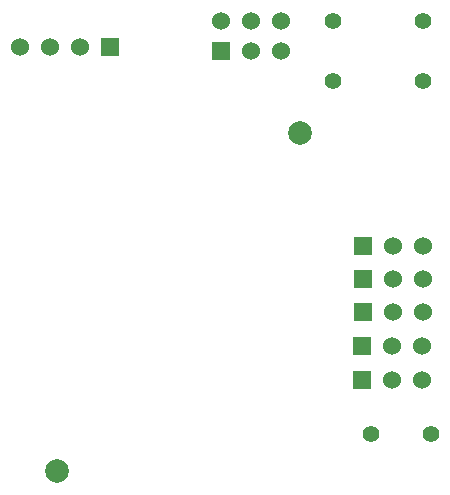
<source format=gbs>
G04 (created by PCBNEW (2013-07-07 BZR 4022)-stable) date 9/19/2015 9:10:54 AM*
%MOIN*%
G04 Gerber Fmt 3.4, Leading zero omitted, Abs format*
%FSLAX34Y34*%
G01*
G70*
G90*
G04 APERTURE LIST*
%ADD10C,0.00590551*%
%ADD11C,0.055*%
%ADD12R,0.06X0.06*%
%ADD13C,0.06*%
%ADD14C,0.056*%
%ADD15C,0.0787*%
G04 APERTURE END LIST*
G54D10*
G54D11*
X53151Y-27763D03*
X53151Y-25763D03*
X56151Y-27763D03*
X56151Y-25763D03*
G54D12*
X45710Y-26629D03*
G54D13*
X44710Y-26629D03*
X43710Y-26629D03*
X42710Y-26629D03*
G54D12*
X49419Y-26767D03*
G54D13*
X49419Y-25767D03*
X50419Y-26767D03*
X50419Y-25767D03*
X51419Y-26767D03*
X51419Y-25767D03*
G54D12*
X54131Y-37735D03*
G54D13*
X55131Y-37735D03*
X56131Y-37735D03*
G54D12*
X54131Y-36602D03*
G54D13*
X55131Y-36602D03*
X56131Y-36602D03*
G54D12*
X54139Y-35487D03*
G54D13*
X55139Y-35487D03*
X56139Y-35487D03*
G54D12*
X54139Y-34373D03*
G54D13*
X55139Y-34373D03*
X56139Y-34373D03*
G54D12*
X54159Y-33263D03*
G54D13*
X55159Y-33263D03*
X56159Y-33263D03*
G54D14*
X54415Y-39544D03*
X56415Y-39544D03*
G54D15*
X52068Y-29492D03*
X43958Y-40787D03*
M02*

</source>
